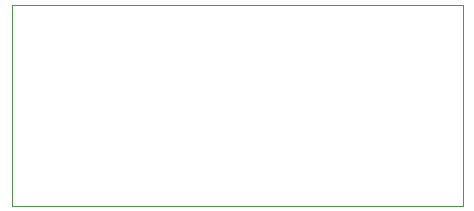
<source format=gbr>
%TF.GenerationSoftware,KiCad,Pcbnew,8.0.7*%
%TF.CreationDate,2025-03-16T23:49:04-07:00*%
%TF.ProjectId,RelaySwitchCompact,52656c61-7953-4776-9974-6368436f6d70,rev?*%
%TF.SameCoordinates,Original*%
%TF.FileFunction,Profile,NP*%
%FSLAX46Y46*%
G04 Gerber Fmt 4.6, Leading zero omitted, Abs format (unit mm)*
G04 Created by KiCad (PCBNEW 8.0.7) date 2025-03-16 23:49:04*
%MOMM*%
%LPD*%
G01*
G04 APERTURE LIST*
%TA.AperFunction,Profile*%
%ADD10C,0.050000*%
%TD*%
G04 APERTURE END LIST*
D10*
X184000000Y-112000000D02*
X185600000Y-112000000D01*
X177200000Y-95000000D02*
X184000000Y-95000000D01*
X188209479Y-95000000D02*
X188210000Y-112000000D01*
X150000000Y-112000000D02*
X177200000Y-112000000D01*
X177200000Y-112000000D02*
X184000000Y-112000000D01*
X184000000Y-95000000D02*
X188209479Y-95000000D01*
X185600000Y-112000000D02*
X188210000Y-112000000D01*
X150000000Y-95000000D02*
X177200000Y-95000000D01*
X150000000Y-95000000D02*
X150000000Y-112000000D01*
M02*

</source>
